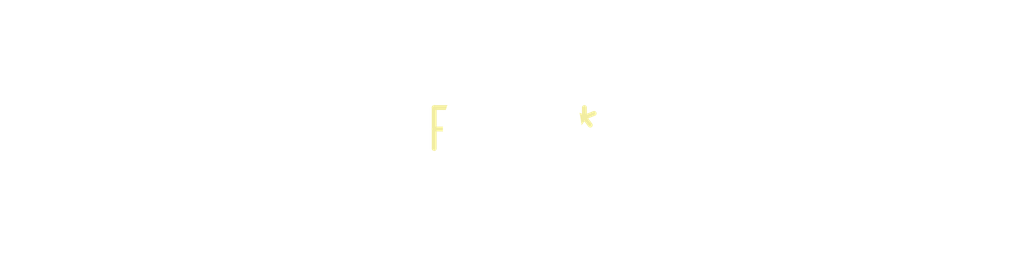
<source format=kicad_pcb>
(kicad_pcb (version 20240108) (generator pcbnew)
  (layers (0 "F.Cu" signal) (31 "B.Cu" signal) (34 "B.Paste" user) (35 "F.Paste" user) (36 "B.SilkS" user "B.Silkscreen") (37 "F.SilkS" user "F.Silkscreen") (38 "B.Mask" user) (39 "F.Mask" user) (44 "Edge.Cuts" user))
  (net 0 "")
  (footprint "MountingHole_4.3mm_M4_DIN965" (layer "F.Cu") (at 0 0)
    (property "Reference" "REF**")
    (property "Value" "MountingHole_4.3mm_M4_DIN965")
    (pad "" np_thru_hole circle (at 0 0) (size 4.3 4.3) (drill 4.3) (layers *.Cu *.Mask))
  )
)
</source>
